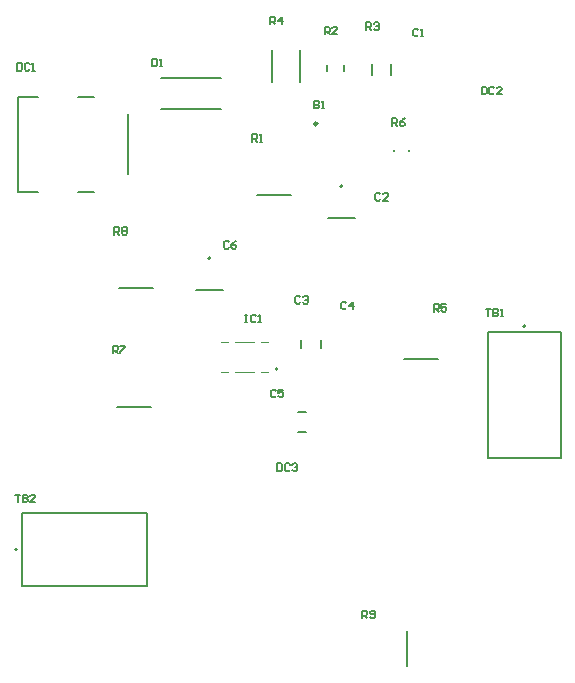
<source format=gbr>
G04*
G04 #@! TF.GenerationSoftware,Altium Limited,Altium Designer,24.9.1 (31)*
G04*
G04 Layer_Color=65535*
%FSLAX44Y44*%
%MOMM*%
G71*
G04*
G04 #@! TF.SameCoordinates,A5FDB0DF-61DD-428A-86FC-16637F0B46B7*
G04*
G04*
G04 #@! TF.FilePolarity,Positive*
G04*
G01*
G75*
%ADD10C,0.2000*%
%ADD11C,0.2500*%
%ADD12C,0.1000*%
%ADD13C,0.1270*%
D10*
X906540Y706360D02*
G03*
X906540Y704360I0J-1000D01*
G01*
D02*
G03*
X906540Y706360I0J1000D01*
G01*
X850630Y799160D02*
G03*
X848630Y799160I-1000J0D01*
G01*
D02*
G03*
X850630Y799160I1000J0D01*
G01*
X962390Y860120D02*
G03*
X960390Y860120I-1000J0D01*
G01*
D02*
G03*
X962390Y860120I1000J0D01*
G01*
X1117330Y741360D02*
G03*
X1117330Y741360I-1000J0D01*
G01*
X687120Y552450D02*
G03*
X687120Y552450I-1000J0D01*
G01*
X1014200Y713740D02*
X1043200D01*
X838130Y772160D02*
X861130D01*
X949890Y833120D02*
X972890D01*
X1005940Y889544D02*
Y890996D01*
X1018440Y889544D02*
Y890996D01*
X808940Y925210D02*
X859840D01*
X808940Y951850D02*
X859840D01*
X889740Y852170D02*
X918740D01*
X771630Y673100D02*
X800630D01*
X1017270Y454130D02*
Y483130D01*
X772900Y773430D02*
X801900D01*
X963560Y957870D02*
Y962370D01*
X949060Y957870D02*
Y962370D01*
X1003680Y953850D02*
Y963850D01*
X987680Y953850D02*
Y963850D01*
X902400Y947890D02*
Y974890D01*
X926400Y947890D02*
Y974890D01*
X688110Y855350D02*
Y935350D01*
X781109Y920750D02*
X781110Y869950D01*
X688110Y935350D02*
X704620D01*
X688110Y855350D02*
X704620D01*
X738292D02*
X752262D01*
X738292Y935350D02*
X752262D01*
X944490Y722940D02*
Y729940D01*
X927490Y722940D02*
Y729940D01*
X924870Y668900D02*
X931870D01*
X924870Y651900D02*
X931870D01*
D11*
X941100Y912890D02*
G03*
X941100Y912890I-1250J0D01*
G01*
D12*
X859790Y702860D02*
X865540D01*
X871540D02*
X887540D01*
X893540D02*
X899290D01*
X859540Y727860D02*
X865540D01*
X871540D02*
X887540D01*
X893540D02*
X899540D01*
D13*
X1085330Y630160D02*
Y736360D01*
Y630160D02*
X1147330D01*
Y736360D01*
X1085330D02*
X1147330D01*
X691120Y521450D02*
X797320D01*
Y583450D01*
X691120D02*
X797320D01*
X691120Y521450D02*
Y583450D01*
X1039920Y753746D02*
Y760094D01*
X1043094D01*
X1044152Y759036D01*
Y756920D01*
X1043094Y755862D01*
X1039920D01*
X1042036D02*
X1044152Y753746D01*
X1050500Y760094D02*
X1046268D01*
Y756920D01*
X1048384Y757978D01*
X1049442D01*
X1050500Y756920D01*
Y754804D01*
X1049442Y753746D01*
X1047326D01*
X1046268Y754804D01*
X879583Y751204D02*
X881699D01*
X880641D01*
Y744856D01*
X879583D01*
X881699D01*
X889105Y750146D02*
X888047Y751204D01*
X885931D01*
X884873Y750146D01*
Y745914D01*
X885931Y744856D01*
X888047D01*
X889105Y745914D01*
X891221Y744856D02*
X893337D01*
X892279D01*
Y751204D01*
X891221Y750146D01*
X866352Y812376D02*
X865294Y813434D01*
X863178D01*
X862120Y812376D01*
Y808144D01*
X863178Y807086D01*
X865294D01*
X866352Y808144D01*
X872700Y813434D02*
X870584Y812376D01*
X868468Y810260D01*
Y808144D01*
X869526Y807086D01*
X871642D01*
X872700Y808144D01*
Y809202D01*
X871642Y810260D01*
X868468D01*
X994622Y853016D02*
X993564Y854074D01*
X991448D01*
X990390Y853016D01*
Y848784D01*
X991448Y847726D01*
X993564D01*
X994622Y848784D01*
X1000970Y847726D02*
X996738D01*
X1000970Y851958D01*
Y853016D01*
X999912Y854074D01*
X997796D01*
X996738Y853016D01*
X1004570Y911098D02*
Y917446D01*
X1007744D01*
X1008802Y916388D01*
Y914272D01*
X1007744Y913214D01*
X1004570D01*
X1006686D02*
X1008802Y911098D01*
X1015150Y917446D02*
X1013034Y916388D01*
X1010918Y914272D01*
Y912156D01*
X1011976Y911098D01*
X1014092D01*
X1015150Y912156D01*
Y913214D01*
X1014092Y914272D01*
X1010918D01*
X801370Y967992D02*
Y961644D01*
X804544D01*
X805602Y962702D01*
Y966934D01*
X804544Y967992D01*
X801370D01*
X807718Y961644D02*
X809834D01*
X808776D01*
Y967992D01*
X807718Y966934D01*
X886206Y897636D02*
Y903984D01*
X889380D01*
X890438Y902926D01*
Y900810D01*
X889380Y899752D01*
X886206D01*
X888322D02*
X890438Y897636D01*
X892554D02*
X894670D01*
X893612D01*
Y903984D01*
X892554Y902926D01*
X768096Y718566D02*
Y724914D01*
X771270D01*
X772328Y723856D01*
Y721740D01*
X771270Y720682D01*
X768096D01*
X770212D02*
X772328Y718566D01*
X774444Y724914D02*
X778676D01*
Y723856D01*
X774444Y719624D01*
Y718566D01*
X979424Y494284D02*
Y500632D01*
X982598D01*
X983656Y499574D01*
Y497458D01*
X982598Y496400D01*
X979424D01*
X981540D02*
X983656Y494284D01*
X985772Y495342D02*
X986830Y494284D01*
X988946D01*
X990004Y495342D01*
Y499574D01*
X988946Y500632D01*
X986830D01*
X985772Y499574D01*
Y498516D01*
X986830Y497458D01*
X990004D01*
X769366Y818896D02*
Y825244D01*
X772540D01*
X773598Y824186D01*
Y822070D01*
X772540Y821012D01*
X769366D01*
X771482D02*
X773598Y818896D01*
X775714Y824186D02*
X776772Y825244D01*
X778888D01*
X779946Y824186D01*
Y823128D01*
X778888Y822070D01*
X779946Y821012D01*
Y819954D01*
X778888Y818896D01*
X776772D01*
X775714Y819954D01*
Y821012D01*
X776772Y822070D01*
X775714Y823128D01*
Y824186D01*
X776772Y822070D02*
X778888D01*
X947420Y988568D02*
Y994916D01*
X950594D01*
X951652Y993858D01*
Y991742D01*
X950594Y990684D01*
X947420D01*
X949536D02*
X951652Y988568D01*
X958000D02*
X953768D01*
X958000Y992800D01*
Y993858D01*
X956942Y994916D01*
X954826D01*
X953768Y993858D01*
X982726Y992378D02*
Y998726D01*
X985900D01*
X986958Y997668D01*
Y995552D01*
X985900Y994494D01*
X982726D01*
X984842D02*
X986958Y992378D01*
X989074Y997668D02*
X990132Y998726D01*
X992248D01*
X993306Y997668D01*
Y996610D01*
X992248Y995552D01*
X991190D01*
X992248D01*
X993306Y994494D01*
Y993436D01*
X992248Y992378D01*
X990132D01*
X989074Y993436D01*
X938530Y932178D02*
Y925830D01*
X941704D01*
X942762Y926888D01*
Y927946D01*
X941704Y929004D01*
X938530D01*
X941704D01*
X942762Y930062D01*
Y931120D01*
X941704Y932178D01*
X938530D01*
X944878Y925830D02*
X946994D01*
X945936D01*
Y932178D01*
X944878Y931120D01*
X901446Y996950D02*
Y1003298D01*
X904620D01*
X905678Y1002240D01*
Y1000124D01*
X904620Y999066D01*
X901446D01*
X903562D02*
X905678Y996950D01*
X910968D02*
Y1003298D01*
X907794Y1000124D01*
X912026D01*
X687070Y964182D02*
Y957834D01*
X690244D01*
X691302Y958892D01*
Y963124D01*
X690244Y964182D01*
X687070D01*
X697650Y963124D02*
X696592Y964182D01*
X694476D01*
X693418Y963124D01*
Y958892D01*
X694476Y957834D01*
X696592D01*
X697650Y958892D01*
X699766Y957834D02*
X701882D01*
X700824D01*
Y964182D01*
X699766Y963124D01*
X1026836Y992080D02*
X1025778Y993138D01*
X1023662D01*
X1022604Y992080D01*
Y987848D01*
X1023662Y986790D01*
X1025778D01*
X1026836Y987848D01*
X1028952Y986790D02*
X1031068D01*
X1030010D01*
Y993138D01*
X1028952Y992080D01*
X1080262Y944370D02*
Y938022D01*
X1083436D01*
X1084494Y939080D01*
Y943312D01*
X1083436Y944370D01*
X1080262D01*
X1090842Y943312D02*
X1089784Y944370D01*
X1087668D01*
X1086610Y943312D01*
Y939080D01*
X1087668Y938022D01*
X1089784D01*
X1090842Y939080D01*
X1097190Y938022D02*
X1092958D01*
X1097190Y942254D01*
Y943312D01*
X1096132Y944370D01*
X1094016D01*
X1092958Y943312D01*
X1083818Y756156D02*
X1088050D01*
X1085934D01*
Y749808D01*
X1090166Y756156D02*
Y749808D01*
X1093340D01*
X1094398Y750866D01*
Y751924D01*
X1093340Y752982D01*
X1090166D01*
X1093340D01*
X1094398Y754040D01*
Y755098D01*
X1093340Y756156D01*
X1090166D01*
X1096514Y749808D02*
X1098630D01*
X1097572D01*
Y756156D01*
X1096514Y755098D01*
X685292Y598930D02*
X689524D01*
X687408D01*
Y592582D01*
X691640Y598930D02*
Y592582D01*
X694814D01*
X695872Y593640D01*
Y594698D01*
X694814Y595756D01*
X691640D01*
X694814D01*
X695872Y596814D01*
Y597872D01*
X694814Y598930D01*
X691640D01*
X702220Y592582D02*
X697988D01*
X702220Y596814D01*
Y597872D01*
X701162Y598930D01*
X699046D01*
X697988Y597872D01*
X965876Y760940D02*
X964818Y761998D01*
X962702D01*
X961644Y760940D01*
Y756708D01*
X962702Y755650D01*
X964818D01*
X965876Y756708D01*
X971166Y755650D02*
Y761998D01*
X967992Y758824D01*
X972224D01*
X926760Y765766D02*
X925702Y766824D01*
X923586D01*
X922528Y765766D01*
Y761534D01*
X923586Y760476D01*
X925702D01*
X926760Y761534D01*
X928876Y765766D02*
X929934Y766824D01*
X932050D01*
X933108Y765766D01*
Y764708D01*
X932050Y763650D01*
X930992D01*
X932050D01*
X933108Y762592D01*
Y761534D01*
X932050Y760476D01*
X929934D01*
X928876Y761534D01*
X907288Y625346D02*
Y618998D01*
X910462D01*
X911520Y620056D01*
Y624288D01*
X910462Y625346D01*
X907288D01*
X917868Y624288D02*
X916810Y625346D01*
X914694D01*
X913636Y624288D01*
Y620056D01*
X914694Y618998D01*
X916810D01*
X917868Y620056D01*
X919984Y624288D02*
X921042Y625346D01*
X923158D01*
X924216Y624288D01*
Y623230D01*
X923158Y622172D01*
X922100D01*
X923158D01*
X924216Y621114D01*
Y620056D01*
X923158Y618998D01*
X921042D01*
X919984Y620056D01*
X906186Y686772D02*
X905128Y687830D01*
X903012D01*
X901954Y686772D01*
Y682540D01*
X903012Y681482D01*
X905128D01*
X906186Y682540D01*
X912534Y687830D02*
X908302D01*
Y684656D01*
X910418Y685714D01*
X911476D01*
X912534Y684656D01*
Y682540D01*
X911476Y681482D01*
X909360D01*
X908302Y682540D01*
M02*

</source>
